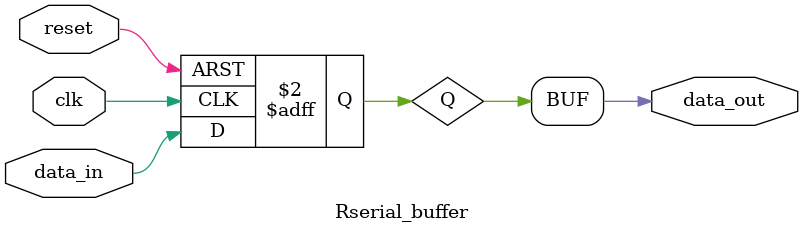
<source format=v>
/*	Joanna Mazer
	EE 371 Peckol Winter 2016
	Project 3: Extending a Microprocessor
	serial_buffer.v
	
	This verilog module functions as a simple buffer
	to provide additional signal integrity to the serial 
	input and to the serial output of the system.
*/

module Rserial_buffer (clk, reset, data_in, data_out);
	input 	clk, reset, data_in;
	output 	data_out; 

	reg Q;
	
	assign data_out = Q; 

	always @(posedge clk or posedge reset) begin
		if (reset) begin
			Q <= 1'b1;			
		end
		else begin
			Q <= data_in;
		end
	end

endmodule 
</source>
